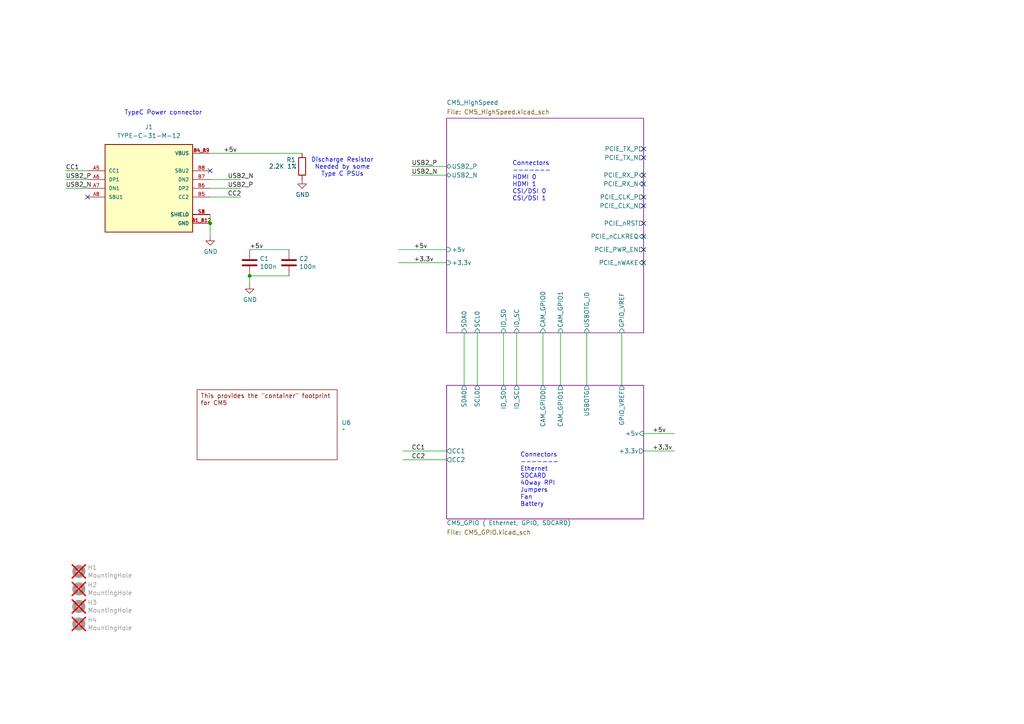
<source format=kicad_sch>
(kicad_sch (version 20231120) (generator "eeschema") (generator_version "8.0")
  (paper "A4")
  (title_block (title "Compute Module 5 IO Board - Top Level") (rev "1") (company "Copyright © 2024 Raspberry Pi Ltd.") (comment 1 "www.raspberrypi.com"))
  (lib_symbols
    (symbol "Device:C" (pin_numbers hide) (pin_names (offset 0.254))
      (property "Reference" "C" (at 0.635 2.54 0))
      (property "Value" "C" (at 0.635 -2.54 0))
      (symbol "C_0_1"
        (polyline (pts (xy -2.032 -0.762) (xy 2.032 -0.762)) (stroke (width 0.508)))
        (polyline (pts (xy -2.032 0.762) (xy 2.032 0.762)) (stroke (width 0.508)))
      )
      (symbol "C_1_1"
        (pin passive line (at 0 3.81 270) (length 2.794) (name "~") (number "1"))
        (pin passive line (at 0 -3.81 90) (length 2.794) (name "~") (number "2"))
      )
    )
    (symbol "Device:R" (pin_numbers hide) (pin_names (offset 0))
      (property "Reference" "R" (at 2.032 0 90))
      (property "Value" "R" (at 0 0 90))
      (symbol "R_0_1"
        (rectangle (start -1.016 -2.54) (end 1.016 2.54) (stroke (width 0.254)))
      )
      (symbol "R_1_1"
        (pin passive line (at 0 3.81 270) (length 1.27) (name "~") (number "1"))
        (pin passive line (at 0 -3.81 90) (length 1.27) (name "~") (number "2"))
      )
    )
    (symbol "Mechanical:MountingHole" (pin_names (offset 1.016))
      (property "Reference" "H" (at 0 5.08 0))
      (property "Value" "MountingHole" (at 0 3.175 0))
      (symbol "MountingHole_0_1"
        (circle (center 0 0) (radius 1.27) (stroke (width 1.27)))
      )
    )
    (symbol "TYPE-C-31-M-12:TYPE-C-31-M-12" (pin_names (offset 1.016))
      (property "Reference" "J" (at -12.7 13.462 0))
      (property "Value" "TYPE-C-31-M-12" (at -12.7 -13.462 0))
      (symbol "TYPE-C-31-M-12_0_0"
        (rectangle (start -12.7 -12.7) (end 12.7 12.7) (stroke (width 0.254)) (fill (type background)))
        (pin power_in line (at 17.78 -10.16 180) (length 5.08) (name "GND") (number "A1_B12"))
        (pin power_in line (at 17.78 10.16 180) (length 5.08) (name "VBUS") (number "A4_B9"))
        (pin bidirectional line (at -17.78 5.08 0) (length 5.08) (name "CC1") (number "A5"))
        (pin bidirectional line (at -17.78 2.54 0) (length 5.08) (name "DP1") (number "A6"))
        (pin bidirectional line (at -17.78 0 0) (length 5.08) (name "DN1") (number "A7"))
        (pin bidirectional line (at -17.78 -2.54 0) (length 5.08) (name "SBU1") (number "A8"))
        (pin power_in line (at 17.78 -10.16 180) (length 5.08) (name "GND") (number "B1_A12"))
        (pin power_in line (at 17.78 10.16 180) (length 5.08) (name "VBUS") (number "B4_A9"))
        (pin bidirectional line (at 17.78 -2.54 180) (length 5.08) (name "CC2") (number "B5"))
        (pin bidirectional line (at 17.78 0 180) (length 5.08) (name "DP2") (number "B6"))
        (pin bidirectional line (at 17.78 2.54 180) (length 5.08) (name "DN2") (number "B7"))
        (pin bidirectional line (at 17.78 5.08 180) (length 5.08) (name "SBU2") (number "B8"))
        (pin passive line (at 17.78 -7.62 180) (length 5.08) (name "SHIELD") (number "S1"))
        (pin passive line (at 17.78 -7.62 180) (length 5.08) (name "SHIELD") (number "S2"))
        (pin passive line (at 17.78 -7.62 180) (length 5.08) (name "SHIELD") (number "S3"))
        (pin passive line (at 17.78 -7.62 180) (length 5.08) (name "SHIELD") (number "S4"))
      )
    )
    (symbol "cm5_group:CM5_group" (in_bom no)
      (property "Reference" "U" (at 0 0 0))
      (symbol "CM5_group_1_1"
        (text_box "This provides the \"container\" footprint for CM5" (at -15.24 -2.54 0) (size 40.64 -20.32) (effects (font (size 1.27 1.27)) (justify left top)))
      )
    )
    (symbol "power:GND" (power) (pin_numbers hide) (pin_names (offset 0) hide)
      (property "Value" "GND" (at 0 -3.81 0))
      (symbol "GND_0_1"
        (polyline (pts (xy 0 0) (xy 0 -1.27) (xy 1.27 -1.27) (xy 0 -2.54) (xy -1.27 -1.27) (xy 0 -1.27)))
      )
      (symbol "GND_1_1"
        (pin power_in line (at 0 0 270) (length 0) (name "~") (number "1"))
      )
    )
  )
  (junction (at 60.96 64.77))
  (junction (at 72.39 80.01))
  (no_connect (at 186.69 64.77))
  (no_connect (at 186.69 43.18))
  (no_connect (at 186.69 57.15))
  (no_connect (at 186.69 45.72))
  (no_connect (at 186.69 72.39))
  (no_connect (at 186.69 68.58))
  (no_connect (at 186.69 76.2))
  (no_connect (at 186.69 59.69))
  (no_connect (at 60.96 49.53))
  (no_connect (at 25.4 57.15))
  (no_connect (at 186.69 53.34))
  (no_connect (at 186.69 50.8))
  (wire (pts (xy 115.57 76.2) (xy 129.54 76.2)))
  (wire (pts (xy 186.69 130.81) (xy 195.58 130.81)))
  (wire (pts (xy 180.34 96.52) (xy 180.34 111.76)))
  (wire (pts (xy 119.38 48.26) (xy 129.54 48.26)))
  (wire (pts (xy 60.96 54.61) (xy 69.85 54.61)))
  (wire (pts (xy 60.96 57.15) (xy 69.85 57.15)))
  (wire (pts (xy 60.96 44.45) (xy 87.63 44.45)))
  (wire (pts (xy 134.62 96.52) (xy 134.62 111.76)))
  (wire (pts (xy 72.39 80.01) (xy 83.82 80.01)))
  (wire (pts (xy 149.86 96.52) (xy 149.86 111.76)))
  (wire (pts (xy 138.43 96.52) (xy 138.43 111.76)))
  (wire (pts (xy 116.84 133.35) (xy 129.54 133.35)))
  (wire (pts (xy 157.48 96.52) (xy 157.48 111.76)))
  (wire (pts (xy 162.56 96.52) (xy 162.56 111.76)))
  (wire (pts (xy 60.96 64.77) (xy 60.96 68.58)))
  (wire (pts (xy 72.39 80.01) (xy 72.39 82.55)))
  (wire (pts (xy 170.18 96.52) (xy 170.18 111.76)))
  (wire (pts (xy 72.39 72.39) (xy 83.82 72.39)))
  (wire (pts (xy 60.96 62.23) (xy 60.96 64.77)))
  (wire (pts (xy 19.05 52.07) (xy 25.4 52.07)))
  (wire (pts (xy 19.05 49.53) (xy 25.4 49.53)))
  (wire (pts (xy 146.05 96.52) (xy 146.05 111.76)))
  (wire (pts (xy 19.05 54.61) (xy 25.4 54.61)))
  (wire (pts (xy 186.69 125.73) (xy 195.58 125.73)))
  (wire (pts (xy 116.84 130.81) (xy 129.54 130.81)))
  (wire (pts (xy 60.96 52.07) (xy 69.85 52.07)))
  (wire (pts (xy 115.57 72.39) (xy 129.54 72.39)))
  (wire (pts (xy 119.38 50.8) (xy 129.54 50.8)))
  (text "Connectors\n-------\nEthernet\nSDCARD\n40way RPI\nJumpers\nFan\nBattery" (at 150.876 147.066 0) (effects (font (size 1.27 1.27)) (justify left bottom)))
  (text "Discharge Resistor\nNeeded by some\nType C PSUs" (at 99.314 48.514 0) (effects (font (size 1.27 1.27))))
  (text "TypeC Power connector" (at 36.068 33.528 0) (effects (font (size 1.27 1.27)) (justify left bottom)))
  (text "Connectors\n-------\nHDMI 0\nHDMI 1\nCSI/DSI 0\nCSI/DSI 1" (at 148.59 58.42 0) (effects (font (size 1.27 1.27)) (justify left bottom)))
  (label "+5v" (at 72.39 72.39 0))
  (label "CC1" (at 119.38 130.81 0))
  (label "CC2" (at 119.38 133.35 0))
  (label "USB2_N" (at 119.38 50.8 0))
  (label "+5v" (at 189.23 125.73 0))
  (label "+5v" (at 120.015 72.39 0))
  (label "USB2_P" (at 119.38 48.26 0))
  (label "USB2_P" (at 66.04 54.61 0))
  (label "CC1" (at 19.05 49.53 0))
  (label "USB2_N" (at 66.04 52.07 0))
  (label "+3.3v" (at 189.23 130.81 0))
  (label "USB2_P" (at 19.05 52.07 0))
  (label "+3.3v" (at 120.015 76.2 0))
  (label "CC2" (at 66.04 57.15 0))
  (label "+5v" (at 64.77 44.45 0))
  (label "USB2_N" (at 19.05 54.61 0))
  (symbol (lib_id "Mechanical:MountingHole") (at 22.86 180.975 0) (unit 1) (exclude_from_sim yes) (in_bom no) (dnp yes)
    (property "Reference" "H4" (at 25.4 179.832 0) (effects (justify left)))
    (property "Value" "MountingHole" (at 25.4 182.118 0) (effects (justify left)))
    (property "Footprint" "CM5IO:MountingHole_2.7mm_M2.5_DIN965" (effects (hide yes)))
    (property "Field4" "nf" (effects (hide yes)))
    (property "Field5" "nf" (effects (hide yes)))
    (property "Field6" "nf" (effects (hide yes)))
    (property "Field7" "nf" (effects (hide yes)))
    (property "Part Description" "M2.5 mounting hole" (effects (hide yes)))
  )
  (symbol (lib_id "Mechanical:MountingHole") (at 22.86 175.895 0) (unit 1) (exclude_from_sim yes) (in_bom no) (dnp yes)
    (property "Reference" "H3" (at 25.4 174.752 0) (effects (justify left)))
    (property "Value" "MountingHole" (at 25.4 177.038 0) (effects (justify left)))
    (property "Footprint" "CM5IO:MountingHole_2.7mm_M2.5_DIN965" (effects (hide yes)))
    (property "Field4" "nf" (effects (hide yes)))
    (property "Field5" "nf" (effects (hide yes)))
    (property "Field6" "nf" (effects (hide yes)))
    (property "Field7" "nf" (effects (hide yes)))
    (property "Part Description" "M2.5 mounting hole" (effects (hide yes)))
  )
  (symbol (lib_id "Mechanical:MountingHole") (at 22.86 170.815 0) (unit 1) (exclude_from_sim yes) (in_bom no) (dnp yes)
    (property "Reference" "H2" (at 25.4 169.672 0) (effects (justify left)))
    (property "Value" "MountingHole" (at 25.4 171.958 0) (effects (justify left)))
    (property "Footprint" "CM5IO:MountingHole_2.7mm_M2.5_DIN965" (effects (hide yes)))
    (property "Field4" "nf" (effects (hide yes)))
    (property "Field5" "nf" (effects (hide yes)))
    (property "Field6" "nf" (effects (hide yes)))
    (property "Field7" "nf" (effects (hide yes)))
    (property "Part Description" "M2.5 mounting hole" (effects (hide yes)))
  )
  (symbol (lib_id "Mechanical:MountingHole") (at 22.86 165.735 0) (unit 1) (exclude_from_sim yes) (in_bom no) (dnp yes)
    (property "Reference" "H1" (at 25.4 164.592 0) (effects (justify left)))
    (property "Value" "MountingHole" (at 25.4 166.878 0) (effects (justify left)))
    (property "Footprint" "CM5IO:MountingHole_2.7mm_M2.5_DIN965" (effects (hide yes)))
    (property "Field4" "nf" (effects (hide yes)))
    (property "Field5" "nf" (effects (hide yes)))
    (property "Field6" "nf" (effects (hide yes)))
    (property "Field7" "nf" (effects (hide yes)))
    (property "Part Description" "M2.5 mounting hole" (effects (hide yes)))
  )
  (symbol (lib_id "power:GND") (at 87.63 52.07 0) (unit 1)
    (property "Reference" "#PWR3" (effects (hide yes)))
    (property "Value" "GND" (at 87.757 56.4642 0))
    (property "Description" "Power symbol creates a global label with name \"GND\" , ground" (effects (hide yes)))
  )
  (symbol (lib_id "Device:C") (at 83.82 76.2 0) (unit 1)
    (property "Reference" "C2" (at 86.741 75.0316 0) (effects (justify left)))
    (property "Value" "100n" (at 86.741 77.343 0) (effects (justify left)))
    (property "Footprint" "Capacitor_SMD:C_0402_1005Metric" (effects (hide yes)))
    (property "Datasheet" "https://search.murata.co.jp/Ceramy/image/img/A01X/G101/ENG/GRM155R71C104KA88-01.pdf" (effects (hide yes)))
    (property "Field4" "Farnell" (effects (hide yes)))
    (property "Field5" "2611911" (effects (hide yes)))
    (property "Field6" "RM EMK105 B7104KV-F" (effects (hide yes)))
    (property "Field7" "TAIYO YUDEN EUROPE GMBH" (effects (hide yes)))
    (property "Field8" "110091611" (effects (hide yes)))
    (property "Part Description" "	0.1uF 10% 16V Ceramic Capacitor X7R 0402 (1005 Metric)" (effects (hide yes)))
    (property "LCSC PN" "C92753" (effects (hide yes)))
  )
  (symbol (lib_id "TYPE-C-31-M-12:TYPE-C-31-M-12") (at 43.18 54.61 0) (unit 1)
    (property "Reference" "J1" (at 43.18 36.83 0))
    (property "Value" "TYPE-C-31-M-12" (at 43.18 39.37 0))
    (property "Footprint" "CM5IO:HRO_TYPE-C-31-M-12" (effects (hide yes)))
    (property "MF" "HRO Electronics Co., Ltd." (effects (hide yes)))
    (property "MAXIMUM_PACKAGE_HEIGHT" "3.26 mm" (effects (hide yes)))
    (property "Package" "Package" (effects (hide yes)))
    (property "Price" "None" (effects (hide yes)))
    (property "Check_prices" "https://www.snapeda.com/parts/TYPE-C-31-M-12/HRO+Electronics+Co.%252C+Ltd./view-part/?ref=eda" (effects (hide yes)))
    (property "STANDARD" "Manufacturer Recommendations" (effects (hide yes)))
    (property "PARTREV" "2020.12.08" (effects (hide yes)))
    (property "SnapEDA_Link" "https://www.snapeda.com/parts/TYPE-C-31-M-12/HRO+Electronics+Co.%252C+Ltd./view-part/?ref=snap" (effects (hide yes)))
    (property "MP" "TYPE-C-31-M-12" (effects (hide yes)))
    (property "Description_1" "\n                        \n                            USB Connectors 24 Receptacle 1 8.94*7.3mm RoHS\n                        \n" (effects (hide yes)))
    (property "SNAPEDA_PN" "TYPE-C-31-M-12" (effects (hide yes)))
    (property "Availability" "Not in stock" (effects (hide yes)))
    (property "MANUFACTURER" "HRO Electronics Co., Ltd." (effects (hide yes)))
    (property "LCSC PN" "C165948" (effects (hide yes)))
  )
  (symbol (lib_id "cm5_group:CM5_group") (at 72.39 110.49 0) (unit 1) (in_bom no)
    (property "Reference" "U6" (at 99.06 122.5549 0) (effects (justify left)))
    (property "Value" "~" (at 99.06 124.46 0) (effects (justify left)))
    (property "Footprint" "CM5IO:Raspberry-Pi-5-Compute-Module" (effects (hide yes)))
  )
  (symbol (lib_id "Device:R") (at 87.63 48.26 0) (unit 1)
    (property "Reference" "R1" (at 83.058 46.355 0) (effects (justify left)))
    (property "Value" "2.2K 1%" (at 77.978 48.26 0) (effects (justify left)))
    (property "Footprint" "Resistor_SMD:R_0402_1005Metric" (effects (hide yes)))
    (property "Datasheet" "https://fscdn.rohm.com/en/products/databook/datasheet/passive/resistor/chip_resistor/mcr-e.pdf" (effects (hide yes)))
    (property "Field4" "Farnell" (effects (hide yes)))
    (property "Field6" "0402WGF2201TCE" (effects (hide yes)))
    (property "Part Description" "Resistor 2.2K M1005 1% 63mW" (effects (hide yes)))
    (property "LCSC PN" "C25879" (effects (hide yes)))
  )
  (symbol (lib_id "Device:C") (at 72.39 76.2 0) (unit 1)
    (property "Reference" "C1" (at 75.311 75.0316 0) (effects (justify left)))
    (property "Value" "100n" (at 75.311 77.343 0) (effects (justify left)))
    (property "Footprint" "Capacitor_SMD:C_0402_1005Metric" (effects (hide yes)))
    (property "Datasheet" "https://search.murata.co.jp/Ceramy/image/img/A01X/G101/ENG/GRM155R71C104KA88-01.pdf" (effects (hide yes)))
    (property "Field4" "Farnell" (effects (hide yes)))
    (property "Field5" "2611911" (effects (hide yes)))
    (property "Field6" "RM EMK105 B7104KV-F" (effects (hide yes)))
    (property "Field7" "TAIYO YUDEN EUROPE GMBH" (effects (hide yes)))
    (property "Field8" "110091611" (effects (hide yes)))
    (property "Part Description" "	0.1uF 10% 16V Ceramic Capacitor X7R 0402 (1005 Metric)" (effects (hide yes)))
    (property "LCSC PN" "C92753" (effects (hide yes)))
  )
  (symbol (lib_id "power:GND") (at 60.96 68.58 0) (unit 1)
    (property "Reference" "#PWR1" (effects (hide yes)))
    (property "Value" "GND" (at 61.087 72.9742 0))
    (property "Description" "Power symbol creates a global label with name \"GND\" , ground" (effects (hide yes)))
  )
  (symbol (lib_id "power:GND") (at 72.39 82.55 0) (unit 1)
    (property "Reference" "#PWR2" (effects (hide yes)))
    (property "Value" "GND" (at 72.517 86.9442 0))
    (property "Description" "Power symbol creates a global label with name \"GND\" , ground" (effects (hide yes)))
  )
  (sheet (at 129.54 111.76) (size 57.15 38.735) (stroke (width 0.1524) (color 132 0 132 1)) (fill (color 255 255 255 0.0000))
    (property "Sheetname" "CM5_GPIO ( Ethernet, GPIO, SDCARD)" (at 129.54 152.4 0) (effects (justify left bottom)))
    (property "Sheetfile" "CM5_GPIO.kicad_sch" (at 129.54 153.67 0) (effects (justify left top)))
    (pin "ID_SC" output (at 149.86 111.76 90))
    (pin "ID_SD" output (at 146.05 111.76 90))
    (pin "SCL0" output (at 138.43 111.76 90))
    (pin "SDA0" output (at 134.62 111.76 90))
    (pin "+5v" input (at 186.69 125.73 0))
    (pin "+3.3v" output (at 186.69 130.81 0))
    (pin "GPIO_VREF" output (at 180.34 111.76 90))
    (pin "CAM_GPIO0" output (at 157.48 111.76 90))
    (pin "CAM_GPIO1" output (at 162.56 111.76 90))
    (pin "CC1" output (at 129.54 130.81 180))
    (pin "USBOTG" output (at 170.18 111.76 90))
    (pin "CC2" output (at 129.54 133.35 180))
  )
  (sheet (at 129.54 34.29) (size 57.15 62.23) (stroke (width 0.1524) (color 132 0 132 1)) (fill (color 255 255 255 0.0000))
    (property "Sheetname" "CM5_HighSpeed" (at 129.54 30.48 0) (effects (justify left bottom)))
    (property "Sheetfile" "CM5_HighSpeed.kicad_sch" (at 129.54 31.75 0) (effects (justify left top)))
    (pin "USB2_N" bidirectional (at 129.54 50.8 180))
    (pin "USB2_P" bidirectional (at 129.54 48.26 180))
    (pin "ID_SC" input (at 149.86 96.52 270))
    (pin "ID_SD" input (at 146.05 96.52 270))
    (pin "SCL0" input (at 138.43 96.52 270))
    (pin "SDA0" input (at 134.62 96.52 270))
    (pin "+5v" input (at 129.54 72.39 180))
    (pin "PCIE_CLK_P" output (at 186.69 57.15 0))
    (pin "PCIE_CLK_N" output (at 186.69 59.69 0))
    (pin "PCIE_TX_P" output (at 186.69 43.18 0))
    (pin "PCIE_TX_N" output (at 186.69 45.72 0))
    (pin "PCIE_nRST" output (at 186.69 64.77 0))
    (pin "PCIE_RX_P" input (at 186.69 50.8 0))
    (pin "PCIE_RX_N" input (at 186.69 53.34 0))
    (pin "PCIE_nCLKREQ" input (at 186.69 68.58 0))
    (pin "+3.3v" input (at 129.54 76.2 180))
    (pin "USBOTG_ID" input (at 170.18 96.52 270))
    (pin "GPIO_VREF" input (at 180.34 96.52 270))
    (pin "PCIE_PWR_EN" output (at 186.69 72.39 0))
    (pin "PCIE_nWAKE" input (at 186.69 76.2 0))
    (pin "CAM_GPIO0" input (at 157.48 96.52 270))
    (pin "CAM_GPIO1" input (at 162.56 96.52 270))
  )
)
</source>
